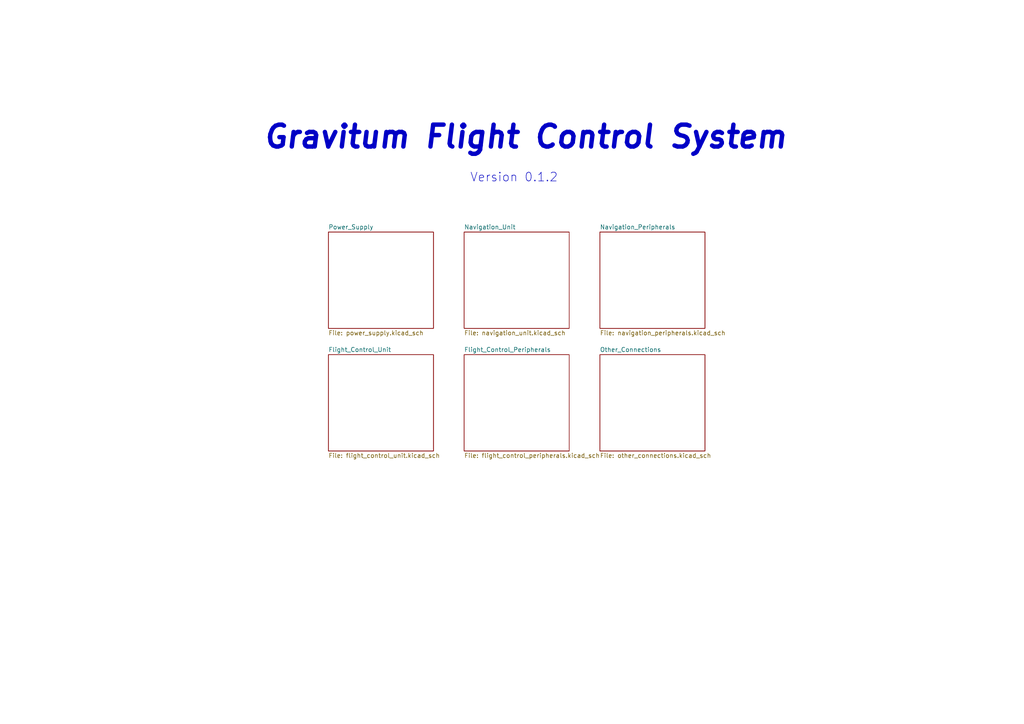
<source format=kicad_sch>
(kicad_sch
	(version 20250114)
	(generator "eeschema")
	(generator_version "9.0")
	(uuid "8dc22ddc-eb0a-4b80-a714-26a959e826d2")
	(paper "A4")
	(title_block
		(title "Gravitum Flight Control System")
		(rev "0.1.2")
		(company "Breno Soares Alves")
	)
	(lib_symbols)
	(text "Gravitum Flight Control System"
		(exclude_from_sim no)
		(at 152.4 39.878 0)
		(effects
			(font
				(size 6.35 6.35)
				(thickness 1.27)
				(bold yes)
				(italic yes)
			)
		)
		(uuid "639e1928-cbe1-4b0c-9bd3-13793629801d")
	)
	(text "Version 0.1.2"
		(exclude_from_sim no)
		(at 149.098 51.562 0)
		(effects
			(font
				(size 2.54 2.54)
			)
		)
		(uuid "66fee058-988f-4e2a-86df-700860b74607")
	)
	(sheet
		(at 173.99 67.31)
		(size 30.48 27.94)
		(exclude_from_sim no)
		(in_bom yes)
		(on_board yes)
		(dnp no)
		(fields_autoplaced yes)
		(stroke
			(width 0.1524)
			(type solid)
		)
		(fill
			(color 0 0 0 0.0000)
		)
		(uuid "21c15db4-fcc2-43e2-90c6-38347e6b80b5")
		(property "Sheetname" "Navigation_Peripherals"
			(at 173.99 66.5984 0)
			(effects
				(font
					(size 1.27 1.27)
				)
				(justify left bottom)
			)
		)
		(property "Sheetfile" "navigation_peripherals.kicad_sch"
			(at 173.99 95.8346 0)
			(effects
				(font
					(size 1.27 1.27)
				)
				(justify left top)
			)
		)
		(instances
			(project "aircraft"
				(path "/8dc22ddc-eb0a-4b80-a714-26a959e826d2"
					(page "4")
				)
			)
		)
	)
	(sheet
		(at 134.62 102.87)
		(size 30.48 27.94)
		(exclude_from_sim no)
		(in_bom yes)
		(on_board yes)
		(dnp no)
		(fields_autoplaced yes)
		(stroke
			(width 0.1524)
			(type solid)
		)
		(fill
			(color 0 0 0 0.0000)
		)
		(uuid "2b3e482d-66cf-439d-9529-121b0ac868e2")
		(property "Sheetname" "Flight_Control_Peripherals"
			(at 134.62 102.1584 0)
			(effects
				(font
					(size 1.27 1.27)
				)
				(justify left bottom)
			)
		)
		(property "Sheetfile" "flight_control_peripherals.kicad_sch"
			(at 134.62 131.3946 0)
			(effects
				(font
					(size 1.27 1.27)
				)
				(justify left top)
			)
		)
		(instances
			(project "aircraft"
				(path "/8dc22ddc-eb0a-4b80-a714-26a959e826d2"
					(page "6")
				)
			)
		)
	)
	(sheet
		(at 95.25 67.31)
		(size 30.48 27.94)
		(exclude_from_sim no)
		(in_bom yes)
		(on_board yes)
		(dnp no)
		(fields_autoplaced yes)
		(stroke
			(width 0.1524)
			(type solid)
		)
		(fill
			(color 0 0 0 0.0000)
		)
		(uuid "39a9e851-414a-49a1-b5c9-24c58b61cca2")
		(property "Sheetname" "Power_Supply"
			(at 95.25 66.5984 0)
			(effects
				(font
					(size 1.27 1.27)
				)
				(justify left bottom)
			)
		)
		(property "Sheetfile" "power_supply.kicad_sch"
			(at 95.25 95.8346 0)
			(effects
				(font
					(size 1.27 1.27)
				)
				(justify left top)
			)
		)
		(instances
			(project "aircraft"
				(path "/8dc22ddc-eb0a-4b80-a714-26a959e826d2"
					(page "2")
				)
			)
		)
	)
	(sheet
		(at 95.25 102.87)
		(size 30.48 27.94)
		(exclude_from_sim no)
		(in_bom yes)
		(on_board yes)
		(dnp no)
		(fields_autoplaced yes)
		(stroke
			(width 0.1524)
			(type solid)
		)
		(fill
			(color 0 0 0 0.0000)
		)
		(uuid "c8fc8e69-bb49-4956-91d7-091fbd48c0bc")
		(property "Sheetname" "Flight_Control_Unit"
			(at 95.25 102.1584 0)
			(effects
				(font
					(size 1.27 1.27)
				)
				(justify left bottom)
			)
		)
		(property "Sheetfile" "flight_control_unit.kicad_sch"
			(at 95.25 131.3946 0)
			(effects
				(font
					(size 1.27 1.27)
				)
				(justify left top)
			)
		)
		(instances
			(project "aircraft"
				(path "/8dc22ddc-eb0a-4b80-a714-26a959e826d2"
					(page "5")
				)
			)
		)
	)
	(sheet
		(at 173.99 102.87)
		(size 30.48 27.94)
		(exclude_from_sim no)
		(in_bom yes)
		(on_board yes)
		(dnp no)
		(fields_autoplaced yes)
		(stroke
			(width 0.1524)
			(type solid)
		)
		(fill
			(color 0 0 0 0.0000)
		)
		(uuid "f68bfd02-e75f-45be-869e-2735da76252c")
		(property "Sheetname" "Other_Connections"
			(at 173.99 102.1584 0)
			(effects
				(font
					(size 1.27 1.27)
				)
				(justify left bottom)
			)
		)
		(property "Sheetfile" "other_connections.kicad_sch"
			(at 173.99 131.3946 0)
			(effects
				(font
					(size 1.27 1.27)
				)
				(justify left top)
			)
		)
		(instances
			(project "aircraft"
				(path "/8dc22ddc-eb0a-4b80-a714-26a959e826d2"
					(page "7")
				)
			)
		)
	)
	(sheet
		(at 134.62 67.31)
		(size 30.48 27.94)
		(exclude_from_sim no)
		(in_bom yes)
		(on_board yes)
		(dnp no)
		(fields_autoplaced yes)
		(stroke
			(width 0.1524)
			(type solid)
		)
		(fill
			(color 0 0 0 0.0000)
		)
		(uuid "fc11477c-3333-4f98-8873-4701516b0387")
		(property "Sheetname" "Navigation_Unit"
			(at 134.62 66.5984 0)
			(effects
				(font
					(size 1.27 1.27)
				)
				(justify left bottom)
			)
		)
		(property "Sheetfile" "navigation_unit.kicad_sch"
			(at 134.62 95.8346 0)
			(effects
				(font
					(size 1.27 1.27)
				)
				(justify left top)
			)
		)
		(instances
			(project "aircraft"
				(path "/8dc22ddc-eb0a-4b80-a714-26a959e826d2"
					(page "3")
				)
			)
		)
	)
	(sheet_instances
		(path "/"
			(page "1")
		)
	)
	(embedded_fonts no)
)

</source>
